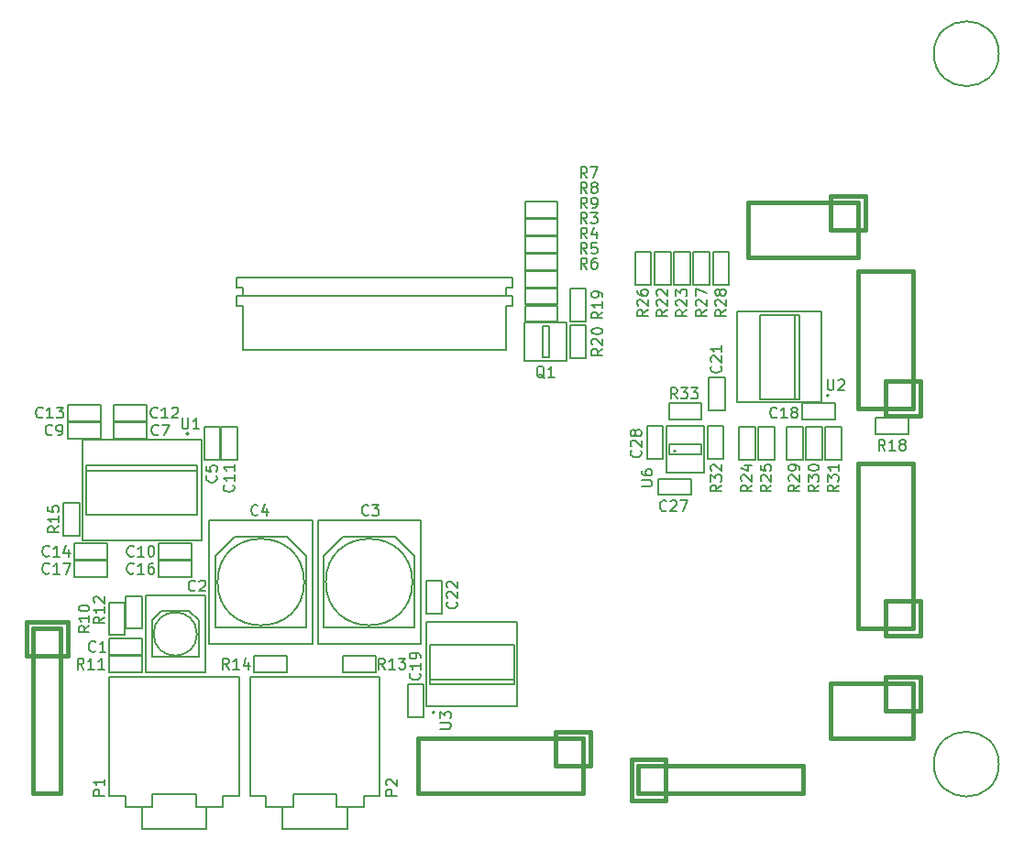
<source format=gto>
G04 (created by PCBNEW (2013-mar-13)-testing) date Wed 03 Jul 2013 03:21:25 PM PDT*
%MOIN*%
G04 Gerber Fmt 3.4, Leading zero omitted, Abs format*
%FSLAX34Y34*%
G01*
G70*
G90*
G04 APERTURE LIST*
%ADD10C,0.008000*%
%ADD11C,0.015000*%
%ADD12C,0.005906*%
G04 APERTURE END LIST*
G54D10*
X81358Y-41220D02*
X81358Y-40038D01*
X81358Y-40038D02*
X81948Y-40038D01*
X81948Y-40038D02*
X81948Y-41220D01*
X81948Y-41220D02*
X81358Y-41220D01*
X80649Y-41220D02*
X80649Y-40038D01*
X80649Y-40038D02*
X81239Y-40038D01*
X81239Y-40038D02*
X81239Y-41220D01*
X81239Y-41220D02*
X80649Y-41220D01*
X79941Y-41220D02*
X79941Y-40038D01*
X79941Y-40038D02*
X80531Y-40038D01*
X80531Y-40038D02*
X80531Y-41220D01*
X80531Y-41220D02*
X79941Y-41220D01*
X77854Y-33660D02*
X77854Y-34842D01*
X77854Y-34842D02*
X77264Y-34842D01*
X77264Y-34842D02*
X77264Y-33660D01*
X77264Y-33660D02*
X77854Y-33660D01*
X77145Y-33660D02*
X77145Y-34842D01*
X77145Y-34842D02*
X76555Y-34842D01*
X76555Y-34842D02*
X76555Y-33660D01*
X76555Y-33660D02*
X77145Y-33660D01*
X75019Y-33660D02*
X75019Y-34842D01*
X75019Y-34842D02*
X74429Y-34842D01*
X74429Y-34842D02*
X74429Y-33660D01*
X74429Y-33660D02*
X75019Y-33660D01*
X79507Y-40038D02*
X79507Y-41220D01*
X79507Y-41220D02*
X78917Y-41220D01*
X78917Y-41220D02*
X78917Y-40038D01*
X78917Y-40038D02*
X79507Y-40038D01*
X78798Y-40038D02*
X78798Y-41220D01*
X78798Y-41220D02*
X78208Y-41220D01*
X78208Y-41220D02*
X78208Y-40038D01*
X78208Y-40038D02*
X78798Y-40038D01*
X75846Y-34842D02*
X75846Y-33660D01*
X75846Y-33660D02*
X76436Y-33660D01*
X76436Y-33660D02*
X76436Y-34842D01*
X76436Y-34842D02*
X75846Y-34842D01*
X75138Y-34842D02*
X75138Y-33660D01*
X75138Y-33660D02*
X75728Y-33660D01*
X75728Y-33660D02*
X75728Y-34842D01*
X75728Y-34842D02*
X75138Y-34842D01*
X72657Y-36338D02*
X72657Y-37520D01*
X72657Y-37520D02*
X72067Y-37520D01*
X72067Y-37520D02*
X72067Y-36338D01*
X72067Y-36338D02*
X72657Y-36338D01*
X72657Y-34999D02*
X72657Y-36181D01*
X72657Y-36181D02*
X72067Y-36181D01*
X72067Y-36181D02*
X72067Y-34999D01*
X72067Y-34999D02*
X72657Y-34999D01*
X83188Y-39705D02*
X84370Y-39705D01*
X84370Y-39705D02*
X84370Y-40295D01*
X84370Y-40295D02*
X83188Y-40295D01*
X83188Y-40295D02*
X83188Y-39705D01*
X66830Y-46820D02*
X66830Y-45620D01*
X66830Y-45620D02*
X67420Y-45620D01*
X67420Y-45620D02*
X67420Y-46820D01*
X67420Y-46820D02*
X66830Y-46820D01*
X77106Y-39418D02*
X77106Y-38218D01*
X77106Y-38218D02*
X77696Y-38218D01*
X77696Y-38218D02*
X77696Y-39418D01*
X77696Y-39418D02*
X77106Y-39418D01*
X66751Y-49400D02*
X66751Y-50600D01*
X66751Y-50600D02*
X66161Y-50600D01*
X66161Y-50600D02*
X66161Y-49400D01*
X66161Y-49400D02*
X66751Y-49400D01*
X80502Y-39153D02*
X81702Y-39153D01*
X81702Y-39153D02*
X81702Y-39743D01*
X81702Y-39743D02*
X80502Y-39743D01*
X80502Y-39743D02*
X80502Y-39153D01*
X55245Y-45491D02*
X54045Y-45491D01*
X54045Y-45491D02*
X54045Y-44901D01*
X54045Y-44901D02*
X55245Y-44901D01*
X55245Y-44901D02*
X55245Y-45491D01*
X58316Y-45491D02*
X57116Y-45491D01*
X57116Y-45491D02*
X57116Y-44901D01*
X57116Y-44901D02*
X58316Y-44901D01*
X58316Y-44901D02*
X58316Y-45491D01*
X55245Y-44861D02*
X54045Y-44861D01*
X54045Y-44861D02*
X54045Y-44271D01*
X54045Y-44271D02*
X55245Y-44271D01*
X55245Y-44271D02*
X55245Y-44861D01*
X55009Y-39822D02*
X53809Y-39822D01*
X53809Y-39822D02*
X53809Y-39232D01*
X53809Y-39232D02*
X55009Y-39232D01*
X55009Y-39232D02*
X55009Y-39822D01*
X56662Y-39822D02*
X55462Y-39822D01*
X55462Y-39822D02*
X55462Y-39232D01*
X55462Y-39232D02*
X56662Y-39232D01*
X56662Y-39232D02*
X56662Y-39822D01*
X59390Y-41229D02*
X59390Y-40029D01*
X59390Y-40029D02*
X59980Y-40029D01*
X59980Y-40029D02*
X59980Y-41229D01*
X59980Y-41229D02*
X59390Y-41229D01*
X58316Y-44861D02*
X57116Y-44861D01*
X57116Y-44861D02*
X57116Y-44271D01*
X57116Y-44271D02*
X58316Y-44271D01*
X58316Y-44271D02*
X58316Y-44861D01*
X55009Y-40452D02*
X53809Y-40452D01*
X53809Y-40452D02*
X53809Y-39862D01*
X53809Y-39862D02*
X55009Y-39862D01*
X55009Y-39862D02*
X55009Y-40452D01*
X56662Y-40452D02*
X55462Y-40452D01*
X55462Y-40452D02*
X55462Y-39862D01*
X55462Y-39862D02*
X56662Y-39862D01*
X56662Y-39862D02*
X56662Y-40452D01*
X58760Y-41229D02*
X58760Y-40029D01*
X58760Y-40029D02*
X59350Y-40029D01*
X59350Y-40029D02*
X59350Y-41229D01*
X59350Y-41229D02*
X58760Y-41229D01*
X65157Y-53464D02*
X65157Y-49133D01*
X63582Y-53858D02*
X64567Y-53858D01*
X60433Y-49133D02*
X60433Y-53464D01*
X62008Y-53858D02*
X61023Y-53858D01*
X61614Y-54645D02*
X63976Y-54645D01*
X63976Y-54645D02*
X63976Y-53858D01*
X61614Y-54645D02*
X61614Y-53858D01*
X65157Y-53464D02*
X64567Y-53464D01*
X64567Y-53464D02*
X64567Y-53858D01*
X60433Y-53464D02*
X61023Y-53464D01*
X61023Y-53464D02*
X61023Y-53858D01*
X62008Y-53385D02*
X63582Y-53385D01*
X63582Y-53858D02*
X63582Y-53385D01*
X62008Y-53858D02*
X62008Y-53385D01*
X65157Y-49133D02*
X60433Y-49133D01*
X60039Y-53464D02*
X60039Y-49133D01*
X58464Y-53858D02*
X59449Y-53858D01*
X55315Y-49133D02*
X55315Y-53464D01*
X56890Y-53858D02*
X55905Y-53858D01*
X56496Y-54645D02*
X58858Y-54645D01*
X58858Y-54645D02*
X58858Y-53858D01*
X56496Y-54645D02*
X56496Y-53858D01*
X60039Y-53464D02*
X59449Y-53464D01*
X59449Y-53464D02*
X59449Y-53858D01*
X55315Y-53464D02*
X55905Y-53464D01*
X55905Y-53464D02*
X55905Y-53858D01*
X56890Y-53385D02*
X58464Y-53385D01*
X58464Y-53858D02*
X58464Y-53385D01*
X56890Y-53858D02*
X56890Y-53385D01*
X60039Y-49133D02*
X55315Y-49133D01*
X54232Y-42794D02*
X54232Y-43976D01*
X54232Y-43976D02*
X53642Y-43976D01*
X53642Y-43976D02*
X53642Y-42794D01*
X53642Y-42794D02*
X54232Y-42794D01*
X61772Y-48956D02*
X60590Y-48956D01*
X60590Y-48956D02*
X60590Y-48366D01*
X60590Y-48366D02*
X61772Y-48366D01*
X61772Y-48366D02*
X61772Y-48956D01*
X65000Y-48956D02*
X63818Y-48956D01*
X63818Y-48956D02*
X63818Y-48366D01*
X63818Y-48366D02*
X65000Y-48366D01*
X65000Y-48366D02*
X65000Y-48956D01*
X55925Y-47362D02*
X55925Y-46180D01*
X55925Y-46180D02*
X56515Y-46180D01*
X56515Y-46180D02*
X56515Y-47362D01*
X56515Y-47362D02*
X55925Y-47362D01*
X55314Y-48366D02*
X56496Y-48366D01*
X56496Y-48366D02*
X56496Y-48956D01*
X56496Y-48956D02*
X55314Y-48956D01*
X55314Y-48956D02*
X55314Y-48366D01*
X55295Y-47598D02*
X55295Y-46416D01*
X55295Y-46416D02*
X55885Y-46416D01*
X55885Y-46416D02*
X55885Y-47598D01*
X55885Y-47598D02*
X55295Y-47598D01*
X61771Y-44015D02*
X59881Y-44015D01*
X62480Y-47323D02*
X62480Y-44724D01*
X59172Y-44724D02*
X59172Y-47323D01*
X59881Y-44015D02*
X59172Y-44724D01*
X61771Y-44015D02*
X62480Y-44724D01*
X59172Y-47323D02*
X62480Y-47323D01*
X62401Y-45669D02*
G75*
G03X62401Y-45669I-1575J0D01*
G74*
G01*
X62696Y-43415D02*
X62696Y-47923D01*
X62696Y-47923D02*
X58956Y-47923D01*
X58956Y-47923D02*
X58956Y-43415D01*
X58956Y-43415D02*
X62696Y-43415D01*
X65708Y-44015D02*
X63818Y-44015D01*
X66417Y-47323D02*
X66417Y-44724D01*
X63109Y-44724D02*
X63109Y-47323D01*
X63818Y-44015D02*
X63109Y-44724D01*
X65708Y-44015D02*
X66417Y-44724D01*
X63109Y-47323D02*
X66417Y-47323D01*
X66338Y-45669D02*
G75*
G03X66338Y-45669I-1574J0D01*
G74*
G01*
X66633Y-43415D02*
X66633Y-47923D01*
X66633Y-47923D02*
X62893Y-47923D01*
X62893Y-47923D02*
X62893Y-43415D01*
X62893Y-43415D02*
X66633Y-43415D01*
X56633Y-48947D02*
X56633Y-46171D01*
X56633Y-46171D02*
X58799Y-46171D01*
X58799Y-46171D02*
X58799Y-48947D01*
X58799Y-48947D02*
X56633Y-48947D01*
X58562Y-48405D02*
X58562Y-47067D01*
X57224Y-46713D02*
X58208Y-46713D01*
X56870Y-47067D02*
X56870Y-48405D01*
X57224Y-46713D02*
X56870Y-47067D01*
X58208Y-46713D02*
X58562Y-47067D01*
X58503Y-47559D02*
G75*
G03X58503Y-47559I-787J0D01*
G74*
G01*
X58562Y-48405D02*
X56870Y-48405D01*
X56505Y-48326D02*
X55305Y-48326D01*
X55305Y-48326D02*
X55305Y-47736D01*
X55305Y-47736D02*
X56505Y-47736D01*
X56505Y-47736D02*
X56505Y-48326D01*
X66968Y-49212D02*
X70039Y-49212D01*
X67135Y-50413D02*
G75*
G03X67135Y-50413I-39J0D01*
G74*
G01*
X66850Y-50196D02*
X66850Y-47125D01*
X66850Y-47125D02*
X70157Y-47125D01*
X70157Y-47125D02*
X70157Y-50196D01*
X70157Y-50196D02*
X66850Y-50196D01*
X66968Y-49379D02*
X66968Y-47942D01*
X66968Y-47942D02*
X70039Y-47942D01*
X70039Y-47942D02*
X70039Y-49379D01*
X70039Y-49379D02*
X66968Y-49379D01*
X70432Y-33090D02*
X71614Y-33090D01*
X71614Y-33090D02*
X71614Y-33680D01*
X71614Y-33680D02*
X70432Y-33680D01*
X70432Y-33680D02*
X70432Y-33090D01*
X70432Y-32460D02*
X71614Y-32460D01*
X71614Y-32460D02*
X71614Y-33050D01*
X71614Y-33050D02*
X70432Y-33050D01*
X70432Y-33050D02*
X70432Y-32460D01*
X70432Y-31830D02*
X71614Y-31830D01*
X71614Y-31830D02*
X71614Y-32420D01*
X71614Y-32420D02*
X70432Y-32420D01*
X70432Y-32420D02*
X70432Y-31830D01*
X71614Y-36200D02*
X70432Y-36200D01*
X70432Y-36200D02*
X70432Y-35610D01*
X70432Y-35610D02*
X71614Y-35610D01*
X71614Y-35610D02*
X71614Y-36200D01*
X71614Y-35570D02*
X70432Y-35570D01*
X70432Y-35570D02*
X70432Y-34980D01*
X70432Y-34980D02*
X71614Y-34980D01*
X71614Y-34980D02*
X71614Y-35570D01*
X71614Y-34940D02*
X70432Y-34940D01*
X70432Y-34940D02*
X70432Y-34350D01*
X70432Y-34350D02*
X71614Y-34350D01*
X71614Y-34350D02*
X71614Y-34940D01*
X71614Y-34310D02*
X70432Y-34310D01*
X70432Y-34310D02*
X70432Y-33720D01*
X70432Y-33720D02*
X71614Y-33720D01*
X71614Y-33720D02*
X71614Y-34310D01*
X80236Y-39015D02*
X80236Y-35944D01*
X81476Y-38887D02*
G75*
G03X81476Y-38887I-39J0D01*
G74*
G01*
X81220Y-39133D02*
X78149Y-39133D01*
X78149Y-39133D02*
X78149Y-35826D01*
X78149Y-35826D02*
X81220Y-35826D01*
X81220Y-35826D02*
X81220Y-39133D01*
X80403Y-39015D02*
X78966Y-39015D01*
X78966Y-39015D02*
X78966Y-35944D01*
X78966Y-35944D02*
X80403Y-35944D01*
X80403Y-35944D02*
X80403Y-39015D01*
X58198Y-40275D02*
G75*
G03X58198Y-40275I-39J0D01*
G74*
G01*
X58503Y-41614D02*
X54488Y-41614D01*
X58661Y-40481D02*
X58661Y-44163D01*
X58661Y-44163D02*
X54331Y-44163D01*
X54331Y-44163D02*
X54331Y-40481D01*
X54331Y-40481D02*
X58661Y-40481D01*
X58504Y-41436D02*
X58504Y-43208D01*
X58504Y-43208D02*
X54488Y-43208D01*
X54488Y-43208D02*
X54488Y-41436D01*
X54488Y-41436D02*
X58504Y-41436D01*
X75266Y-41909D02*
X76466Y-41909D01*
X76466Y-41909D02*
X76466Y-42499D01*
X76466Y-42499D02*
X75266Y-42499D01*
X75266Y-42499D02*
X75266Y-41909D01*
X75452Y-39990D02*
X75452Y-41190D01*
X75452Y-41190D02*
X74862Y-41190D01*
X74862Y-41190D02*
X74862Y-39990D01*
X74862Y-39990D02*
X75452Y-39990D01*
X77067Y-41181D02*
X77067Y-39999D01*
X77067Y-39999D02*
X77657Y-39999D01*
X77657Y-39999D02*
X77657Y-41181D01*
X77657Y-41181D02*
X77067Y-41181D01*
X76850Y-39743D02*
X75668Y-39743D01*
X75668Y-39743D02*
X75668Y-39153D01*
X75668Y-39153D02*
X76850Y-39153D01*
X76850Y-39153D02*
X76850Y-39743D01*
X75688Y-41013D02*
X75688Y-40639D01*
X75688Y-40639D02*
X76830Y-40639D01*
X76830Y-40639D02*
X76830Y-41013D01*
X76830Y-41013D02*
X75688Y-41013D01*
X75924Y-40905D02*
G75*
G03X75924Y-40905I-39J0D01*
G74*
G01*
X75560Y-41672D02*
X75560Y-39980D01*
X75560Y-39980D02*
X76958Y-39980D01*
X76958Y-39980D02*
X76958Y-41672D01*
X76958Y-41672D02*
X75560Y-41672D01*
X71948Y-37637D02*
X70413Y-37637D01*
X70413Y-37637D02*
X70413Y-36220D01*
X70413Y-36220D02*
X71948Y-36220D01*
X71948Y-36220D02*
X71948Y-37637D01*
X71299Y-37500D02*
X71062Y-37500D01*
X71062Y-37500D02*
X71062Y-36358D01*
X71062Y-36358D02*
X71299Y-36358D01*
X71299Y-36358D02*
X71299Y-37500D01*
G54D11*
X52305Y-47120D02*
X53805Y-47120D01*
X53805Y-47120D02*
X53805Y-48370D01*
X53805Y-48370D02*
X52305Y-48370D01*
X52305Y-48370D02*
X52305Y-47120D01*
X52555Y-47370D02*
X53555Y-47370D01*
X53555Y-47370D02*
X53555Y-53370D01*
X53555Y-53370D02*
X52555Y-53370D01*
X52555Y-53370D02*
X52555Y-47370D01*
X72805Y-51120D02*
X71555Y-51120D01*
X71555Y-51120D02*
X71555Y-52370D01*
X71555Y-52370D02*
X72805Y-52370D01*
X72805Y-52370D02*
X72805Y-51120D01*
X72555Y-51370D02*
X66555Y-51370D01*
X66555Y-51370D02*
X66555Y-53370D01*
X66555Y-53370D02*
X72555Y-53370D01*
X72555Y-53370D02*
X72555Y-51370D01*
X74305Y-52120D02*
X75555Y-52120D01*
X75555Y-52120D02*
X75555Y-53620D01*
X75555Y-53620D02*
X74305Y-53620D01*
X74305Y-53620D02*
X74305Y-52120D01*
X74555Y-53370D02*
X74555Y-52370D01*
X74555Y-52370D02*
X80555Y-52370D01*
X80555Y-52370D02*
X80555Y-53370D01*
X80555Y-53370D02*
X74555Y-53370D01*
X83555Y-50370D02*
X83555Y-49120D01*
X83555Y-49120D02*
X84805Y-49120D01*
X84805Y-49120D02*
X84805Y-50370D01*
X84805Y-50370D02*
X83555Y-50370D01*
X84555Y-49370D02*
X84555Y-51370D01*
X84555Y-51370D02*
X81555Y-51370D01*
X81555Y-51370D02*
X81555Y-49370D01*
X81555Y-49370D02*
X84555Y-49370D01*
X83555Y-46370D02*
X84805Y-46370D01*
X84805Y-46370D02*
X84805Y-47620D01*
X84805Y-47620D02*
X83555Y-47620D01*
X83555Y-47620D02*
X83555Y-46370D01*
X84555Y-47370D02*
X82555Y-47370D01*
X82555Y-47370D02*
X82555Y-41370D01*
X82555Y-41370D02*
X84555Y-41370D01*
X84555Y-41370D02*
X84555Y-47370D01*
X81555Y-32870D02*
X81555Y-31620D01*
X81555Y-31620D02*
X82805Y-31620D01*
X82805Y-31620D02*
X82805Y-32870D01*
X82805Y-32870D02*
X81555Y-32870D01*
X82555Y-31870D02*
X82555Y-33870D01*
X82555Y-33870D02*
X78555Y-33870D01*
X78555Y-33870D02*
X78555Y-31870D01*
X78555Y-31870D02*
X82555Y-31870D01*
X83555Y-38370D02*
X84805Y-38370D01*
X84805Y-38370D02*
X84805Y-39620D01*
X84805Y-39620D02*
X83555Y-39620D01*
X83555Y-39620D02*
X83555Y-38370D01*
X84555Y-39370D02*
X82555Y-39370D01*
X82555Y-39370D02*
X82555Y-34370D01*
X82555Y-34370D02*
X84555Y-34370D01*
X84555Y-34370D02*
X84555Y-39370D01*
G54D10*
X87661Y-52295D02*
G75*
G03X87661Y-52295I-1181J0D01*
G74*
G01*
X87661Y-26444D02*
G75*
G03X87661Y-26444I-1181J0D01*
G74*
G01*
X69744Y-34968D02*
X69744Y-35244D01*
X60177Y-34968D02*
X60177Y-35244D01*
X59940Y-35244D02*
X69980Y-35244D01*
X59940Y-35244D02*
X59940Y-35637D01*
X59940Y-35637D02*
X60177Y-35637D01*
X60177Y-35637D02*
X60177Y-37212D01*
X69980Y-35244D02*
X69980Y-35637D01*
X69980Y-35637D02*
X69744Y-35637D01*
X69744Y-35637D02*
X69744Y-37212D01*
X69980Y-34574D02*
X69980Y-34968D01*
X59940Y-34574D02*
X59940Y-34968D01*
X60177Y-34574D02*
X59940Y-34574D01*
X59940Y-34968D02*
X60177Y-34968D01*
X69744Y-34574D02*
X69980Y-34574D01*
X69980Y-34968D02*
X69744Y-34968D01*
X69744Y-34574D02*
X60177Y-34574D01*
X60177Y-37212D02*
X69744Y-37212D01*
G54D12*
X81831Y-42142D02*
X81644Y-42274D01*
X81831Y-42367D02*
X81437Y-42367D01*
X81437Y-42217D01*
X81456Y-42180D01*
X81475Y-42161D01*
X81512Y-42142D01*
X81569Y-42142D01*
X81606Y-42161D01*
X81625Y-42180D01*
X81644Y-42217D01*
X81644Y-42367D01*
X81437Y-42011D02*
X81437Y-41767D01*
X81587Y-41899D01*
X81587Y-41842D01*
X81606Y-41805D01*
X81625Y-41786D01*
X81662Y-41767D01*
X81756Y-41767D01*
X81794Y-41786D01*
X81812Y-41805D01*
X81831Y-41842D01*
X81831Y-41955D01*
X81812Y-41992D01*
X81794Y-42011D01*
X81831Y-41392D02*
X81831Y-41617D01*
X81831Y-41505D02*
X81437Y-41505D01*
X81494Y-41542D01*
X81531Y-41580D01*
X81550Y-41617D01*
X81122Y-42142D02*
X80935Y-42274D01*
X81122Y-42367D02*
X80729Y-42367D01*
X80729Y-42217D01*
X80748Y-42180D01*
X80766Y-42161D01*
X80804Y-42142D01*
X80860Y-42142D01*
X80898Y-42161D01*
X80916Y-42180D01*
X80935Y-42217D01*
X80935Y-42367D01*
X80729Y-42011D02*
X80729Y-41767D01*
X80879Y-41899D01*
X80879Y-41842D01*
X80898Y-41805D01*
X80916Y-41786D01*
X80954Y-41767D01*
X81047Y-41767D01*
X81085Y-41786D01*
X81104Y-41805D01*
X81122Y-41842D01*
X81122Y-41955D01*
X81104Y-41992D01*
X81085Y-42011D01*
X80729Y-41524D02*
X80729Y-41486D01*
X80748Y-41449D01*
X80766Y-41430D01*
X80804Y-41411D01*
X80879Y-41392D01*
X80973Y-41392D01*
X81047Y-41411D01*
X81085Y-41430D01*
X81104Y-41449D01*
X81122Y-41486D01*
X81122Y-41524D01*
X81104Y-41561D01*
X81085Y-41580D01*
X81047Y-41599D01*
X80973Y-41617D01*
X80879Y-41617D01*
X80804Y-41599D01*
X80766Y-41580D01*
X80748Y-41561D01*
X80729Y-41524D01*
X80414Y-42142D02*
X80226Y-42274D01*
X80414Y-42367D02*
X80020Y-42367D01*
X80020Y-42217D01*
X80039Y-42180D01*
X80058Y-42161D01*
X80095Y-42142D01*
X80151Y-42142D01*
X80189Y-42161D01*
X80208Y-42180D01*
X80226Y-42217D01*
X80226Y-42367D01*
X80058Y-41992D02*
X80039Y-41974D01*
X80020Y-41936D01*
X80020Y-41842D01*
X80039Y-41805D01*
X80058Y-41786D01*
X80095Y-41767D01*
X80133Y-41767D01*
X80189Y-41786D01*
X80414Y-42011D01*
X80414Y-41767D01*
X80414Y-41580D02*
X80414Y-41505D01*
X80395Y-41467D01*
X80376Y-41449D01*
X80320Y-41411D01*
X80245Y-41392D01*
X80095Y-41392D01*
X80058Y-41411D01*
X80039Y-41430D01*
X80020Y-41467D01*
X80020Y-41542D01*
X80039Y-41580D01*
X80058Y-41599D01*
X80095Y-41617D01*
X80189Y-41617D01*
X80226Y-41599D01*
X80245Y-41580D01*
X80264Y-41542D01*
X80264Y-41467D01*
X80245Y-41430D01*
X80226Y-41411D01*
X80189Y-41392D01*
X77737Y-35764D02*
X77549Y-35896D01*
X77737Y-35989D02*
X77343Y-35989D01*
X77343Y-35839D01*
X77362Y-35802D01*
X77380Y-35783D01*
X77418Y-35764D01*
X77474Y-35764D01*
X77512Y-35783D01*
X77530Y-35802D01*
X77549Y-35839D01*
X77549Y-35989D01*
X77380Y-35614D02*
X77362Y-35596D01*
X77343Y-35558D01*
X77343Y-35464D01*
X77362Y-35427D01*
X77380Y-35408D01*
X77418Y-35389D01*
X77455Y-35389D01*
X77512Y-35408D01*
X77737Y-35633D01*
X77737Y-35389D01*
X77512Y-35164D02*
X77493Y-35202D01*
X77474Y-35221D01*
X77437Y-35239D01*
X77418Y-35239D01*
X77380Y-35221D01*
X77362Y-35202D01*
X77343Y-35164D01*
X77343Y-35089D01*
X77362Y-35052D01*
X77380Y-35033D01*
X77418Y-35014D01*
X77437Y-35014D01*
X77474Y-35033D01*
X77493Y-35052D01*
X77512Y-35089D01*
X77512Y-35164D01*
X77530Y-35202D01*
X77549Y-35221D01*
X77587Y-35239D01*
X77662Y-35239D01*
X77699Y-35221D01*
X77718Y-35202D01*
X77737Y-35164D01*
X77737Y-35089D01*
X77718Y-35052D01*
X77699Y-35033D01*
X77662Y-35014D01*
X77587Y-35014D01*
X77549Y-35033D01*
X77530Y-35052D01*
X77512Y-35089D01*
X77028Y-35764D02*
X76841Y-35896D01*
X77028Y-35989D02*
X76634Y-35989D01*
X76634Y-35839D01*
X76653Y-35802D01*
X76672Y-35783D01*
X76709Y-35764D01*
X76766Y-35764D01*
X76803Y-35783D01*
X76822Y-35802D01*
X76841Y-35839D01*
X76841Y-35989D01*
X76672Y-35614D02*
X76653Y-35596D01*
X76634Y-35558D01*
X76634Y-35464D01*
X76653Y-35427D01*
X76672Y-35408D01*
X76709Y-35389D01*
X76747Y-35389D01*
X76803Y-35408D01*
X77028Y-35633D01*
X77028Y-35389D01*
X76634Y-35258D02*
X76634Y-34996D01*
X77028Y-35164D01*
X74902Y-35764D02*
X74715Y-35896D01*
X74902Y-35989D02*
X74508Y-35989D01*
X74508Y-35839D01*
X74527Y-35802D01*
X74546Y-35783D01*
X74583Y-35764D01*
X74640Y-35764D01*
X74677Y-35783D01*
X74696Y-35802D01*
X74715Y-35839D01*
X74715Y-35989D01*
X74546Y-35614D02*
X74527Y-35596D01*
X74508Y-35558D01*
X74508Y-35464D01*
X74527Y-35427D01*
X74546Y-35408D01*
X74583Y-35389D01*
X74621Y-35389D01*
X74677Y-35408D01*
X74902Y-35633D01*
X74902Y-35389D01*
X74508Y-35052D02*
X74508Y-35127D01*
X74527Y-35164D01*
X74546Y-35183D01*
X74602Y-35221D01*
X74677Y-35239D01*
X74827Y-35239D01*
X74865Y-35221D01*
X74883Y-35202D01*
X74902Y-35164D01*
X74902Y-35089D01*
X74883Y-35052D01*
X74865Y-35033D01*
X74827Y-35014D01*
X74733Y-35014D01*
X74696Y-35033D01*
X74677Y-35052D01*
X74658Y-35089D01*
X74658Y-35164D01*
X74677Y-35202D01*
X74696Y-35221D01*
X74733Y-35239D01*
X79390Y-42142D02*
X79203Y-42274D01*
X79390Y-42367D02*
X78997Y-42367D01*
X78997Y-42217D01*
X79015Y-42180D01*
X79034Y-42161D01*
X79071Y-42142D01*
X79128Y-42142D01*
X79165Y-42161D01*
X79184Y-42180D01*
X79203Y-42217D01*
X79203Y-42367D01*
X79034Y-41992D02*
X79015Y-41974D01*
X78997Y-41936D01*
X78997Y-41842D01*
X79015Y-41805D01*
X79034Y-41786D01*
X79071Y-41767D01*
X79109Y-41767D01*
X79165Y-41786D01*
X79390Y-42011D01*
X79390Y-41767D01*
X78997Y-41411D02*
X78997Y-41599D01*
X79184Y-41617D01*
X79165Y-41599D01*
X79146Y-41561D01*
X79146Y-41467D01*
X79165Y-41430D01*
X79184Y-41411D01*
X79221Y-41392D01*
X79315Y-41392D01*
X79353Y-41411D01*
X79371Y-41430D01*
X79390Y-41467D01*
X79390Y-41561D01*
X79371Y-41599D01*
X79353Y-41617D01*
X78682Y-42142D02*
X78494Y-42274D01*
X78682Y-42367D02*
X78288Y-42367D01*
X78288Y-42217D01*
X78307Y-42180D01*
X78325Y-42161D01*
X78363Y-42142D01*
X78419Y-42142D01*
X78457Y-42161D01*
X78475Y-42180D01*
X78494Y-42217D01*
X78494Y-42367D01*
X78325Y-41992D02*
X78307Y-41974D01*
X78288Y-41936D01*
X78288Y-41842D01*
X78307Y-41805D01*
X78325Y-41786D01*
X78363Y-41767D01*
X78400Y-41767D01*
X78457Y-41786D01*
X78682Y-42011D01*
X78682Y-41767D01*
X78419Y-41430D02*
X78682Y-41430D01*
X78269Y-41524D02*
X78550Y-41617D01*
X78550Y-41374D01*
X76319Y-35764D02*
X76132Y-35896D01*
X76319Y-35989D02*
X75926Y-35989D01*
X75926Y-35839D01*
X75944Y-35802D01*
X75963Y-35783D01*
X76001Y-35764D01*
X76057Y-35764D01*
X76094Y-35783D01*
X76113Y-35802D01*
X76132Y-35839D01*
X76132Y-35989D01*
X75963Y-35614D02*
X75944Y-35596D01*
X75926Y-35558D01*
X75926Y-35464D01*
X75944Y-35427D01*
X75963Y-35408D01*
X76001Y-35389D01*
X76038Y-35389D01*
X76094Y-35408D01*
X76319Y-35633D01*
X76319Y-35389D01*
X75926Y-35258D02*
X75926Y-35014D01*
X76076Y-35146D01*
X76076Y-35089D01*
X76094Y-35052D01*
X76113Y-35033D01*
X76151Y-35014D01*
X76244Y-35014D01*
X76282Y-35033D01*
X76301Y-35052D01*
X76319Y-35089D01*
X76319Y-35202D01*
X76301Y-35239D01*
X76282Y-35258D01*
X75611Y-35764D02*
X75423Y-35896D01*
X75611Y-35989D02*
X75217Y-35989D01*
X75217Y-35839D01*
X75236Y-35802D01*
X75254Y-35783D01*
X75292Y-35764D01*
X75348Y-35764D01*
X75386Y-35783D01*
X75404Y-35802D01*
X75423Y-35839D01*
X75423Y-35989D01*
X75254Y-35614D02*
X75236Y-35596D01*
X75217Y-35558D01*
X75217Y-35464D01*
X75236Y-35427D01*
X75254Y-35408D01*
X75292Y-35389D01*
X75329Y-35389D01*
X75386Y-35408D01*
X75611Y-35633D01*
X75611Y-35389D01*
X75254Y-35239D02*
X75236Y-35221D01*
X75217Y-35183D01*
X75217Y-35089D01*
X75236Y-35052D01*
X75254Y-35033D01*
X75292Y-35014D01*
X75329Y-35014D01*
X75386Y-35033D01*
X75611Y-35258D01*
X75611Y-35014D01*
X73248Y-37182D02*
X73061Y-37313D01*
X73248Y-37407D02*
X72855Y-37407D01*
X72855Y-37257D01*
X72874Y-37219D01*
X72892Y-37200D01*
X72930Y-37182D01*
X72986Y-37182D01*
X73023Y-37200D01*
X73042Y-37219D01*
X73061Y-37257D01*
X73061Y-37407D01*
X72892Y-37032D02*
X72874Y-37013D01*
X72855Y-36976D01*
X72855Y-36882D01*
X72874Y-36844D01*
X72892Y-36826D01*
X72930Y-36807D01*
X72967Y-36807D01*
X73023Y-36826D01*
X73248Y-37050D01*
X73248Y-36807D01*
X72855Y-36563D02*
X72855Y-36526D01*
X72874Y-36488D01*
X72892Y-36469D01*
X72930Y-36451D01*
X73005Y-36432D01*
X73098Y-36432D01*
X73173Y-36451D01*
X73211Y-36469D01*
X73230Y-36488D01*
X73248Y-36526D01*
X73248Y-36563D01*
X73230Y-36601D01*
X73211Y-36619D01*
X73173Y-36638D01*
X73098Y-36657D01*
X73005Y-36657D01*
X72930Y-36638D01*
X72892Y-36619D01*
X72874Y-36601D01*
X72855Y-36563D01*
X73248Y-35843D02*
X73061Y-35974D01*
X73248Y-36068D02*
X72855Y-36068D01*
X72855Y-35918D01*
X72874Y-35881D01*
X72892Y-35862D01*
X72930Y-35843D01*
X72986Y-35843D01*
X73023Y-35862D01*
X73042Y-35881D01*
X73061Y-35918D01*
X73061Y-36068D01*
X73248Y-35468D02*
X73248Y-35693D01*
X73248Y-35581D02*
X72855Y-35581D01*
X72911Y-35618D01*
X72949Y-35656D01*
X72967Y-35693D01*
X73248Y-35281D02*
X73248Y-35206D01*
X73230Y-35168D01*
X73211Y-35149D01*
X73155Y-35112D01*
X73080Y-35093D01*
X72930Y-35093D01*
X72892Y-35112D01*
X72874Y-35131D01*
X72855Y-35168D01*
X72855Y-35243D01*
X72874Y-35281D01*
X72892Y-35299D01*
X72930Y-35318D01*
X73023Y-35318D01*
X73061Y-35299D01*
X73080Y-35281D01*
X73098Y-35243D01*
X73098Y-35168D01*
X73080Y-35131D01*
X73061Y-35112D01*
X73023Y-35093D01*
X83526Y-40886D02*
X83395Y-40699D01*
X83301Y-40886D02*
X83301Y-40493D01*
X83451Y-40493D01*
X83488Y-40511D01*
X83507Y-40530D01*
X83526Y-40568D01*
X83526Y-40624D01*
X83507Y-40661D01*
X83488Y-40680D01*
X83451Y-40699D01*
X83301Y-40699D01*
X83901Y-40886D02*
X83676Y-40886D01*
X83788Y-40886D02*
X83788Y-40493D01*
X83751Y-40549D01*
X83713Y-40586D01*
X83676Y-40605D01*
X84126Y-40661D02*
X84088Y-40643D01*
X84070Y-40624D01*
X84051Y-40586D01*
X84051Y-40568D01*
X84070Y-40530D01*
X84088Y-40511D01*
X84126Y-40493D01*
X84201Y-40493D01*
X84238Y-40511D01*
X84257Y-40530D01*
X84276Y-40568D01*
X84276Y-40586D01*
X84257Y-40624D01*
X84238Y-40643D01*
X84201Y-40661D01*
X84126Y-40661D01*
X84088Y-40680D01*
X84070Y-40699D01*
X84051Y-40736D01*
X84051Y-40811D01*
X84070Y-40849D01*
X84088Y-40868D01*
X84126Y-40886D01*
X84201Y-40886D01*
X84238Y-40868D01*
X84257Y-40849D01*
X84276Y-40811D01*
X84276Y-40736D01*
X84257Y-40699D01*
X84238Y-40680D01*
X84201Y-40661D01*
X67935Y-46394D02*
X67954Y-46413D01*
X67973Y-46469D01*
X67973Y-46507D01*
X67954Y-46563D01*
X67917Y-46601D01*
X67879Y-46619D01*
X67804Y-46638D01*
X67748Y-46638D01*
X67673Y-46619D01*
X67635Y-46601D01*
X67598Y-46563D01*
X67579Y-46507D01*
X67579Y-46469D01*
X67598Y-46413D01*
X67617Y-46394D01*
X67617Y-46244D02*
X67598Y-46226D01*
X67579Y-46188D01*
X67579Y-46094D01*
X67598Y-46057D01*
X67617Y-46038D01*
X67654Y-46019D01*
X67692Y-46019D01*
X67748Y-46038D01*
X67973Y-46263D01*
X67973Y-46019D01*
X67617Y-45869D02*
X67598Y-45851D01*
X67579Y-45813D01*
X67579Y-45719D01*
X67598Y-45682D01*
X67617Y-45663D01*
X67654Y-45644D01*
X67692Y-45644D01*
X67748Y-45663D01*
X67973Y-45888D01*
X67973Y-45644D01*
X77542Y-37812D02*
X77560Y-37830D01*
X77579Y-37887D01*
X77579Y-37924D01*
X77560Y-37980D01*
X77523Y-38018D01*
X77485Y-38037D01*
X77410Y-38055D01*
X77354Y-38055D01*
X77279Y-38037D01*
X77242Y-38018D01*
X77204Y-37980D01*
X77185Y-37924D01*
X77185Y-37887D01*
X77204Y-37830D01*
X77223Y-37812D01*
X77223Y-37662D02*
X77204Y-37643D01*
X77185Y-37605D01*
X77185Y-37512D01*
X77204Y-37474D01*
X77223Y-37455D01*
X77260Y-37437D01*
X77298Y-37437D01*
X77354Y-37455D01*
X77579Y-37680D01*
X77579Y-37437D01*
X77579Y-37062D02*
X77579Y-37287D01*
X77579Y-37174D02*
X77185Y-37174D01*
X77242Y-37212D01*
X77279Y-37249D01*
X77298Y-37287D01*
X66597Y-48993D02*
X66616Y-49011D01*
X66634Y-49068D01*
X66634Y-49105D01*
X66616Y-49161D01*
X66578Y-49199D01*
X66541Y-49218D01*
X66466Y-49236D01*
X66409Y-49236D01*
X66334Y-49218D01*
X66297Y-49199D01*
X66259Y-49161D01*
X66241Y-49105D01*
X66241Y-49068D01*
X66259Y-49011D01*
X66278Y-48993D01*
X66634Y-48618D02*
X66634Y-48843D01*
X66634Y-48730D02*
X66241Y-48730D01*
X66297Y-48768D01*
X66334Y-48805D01*
X66353Y-48843D01*
X66634Y-48430D02*
X66634Y-48355D01*
X66616Y-48318D01*
X66597Y-48299D01*
X66541Y-48262D01*
X66466Y-48243D01*
X66316Y-48243D01*
X66278Y-48262D01*
X66259Y-48280D01*
X66241Y-48318D01*
X66241Y-48393D01*
X66259Y-48430D01*
X66278Y-48449D01*
X66316Y-48468D01*
X66409Y-48468D01*
X66447Y-48449D01*
X66466Y-48430D01*
X66484Y-48393D01*
X66484Y-48318D01*
X66466Y-48280D01*
X66447Y-48262D01*
X66409Y-48243D01*
X79589Y-39668D02*
X79570Y-39686D01*
X79514Y-39705D01*
X79476Y-39705D01*
X79420Y-39686D01*
X79383Y-39649D01*
X79364Y-39611D01*
X79345Y-39536D01*
X79345Y-39480D01*
X79364Y-39405D01*
X79383Y-39368D01*
X79420Y-39330D01*
X79476Y-39311D01*
X79514Y-39311D01*
X79570Y-39330D01*
X79589Y-39349D01*
X79964Y-39705D02*
X79739Y-39705D01*
X79851Y-39705D02*
X79851Y-39311D01*
X79814Y-39368D01*
X79776Y-39405D01*
X79739Y-39424D01*
X80189Y-39480D02*
X80151Y-39461D01*
X80133Y-39443D01*
X80114Y-39405D01*
X80114Y-39386D01*
X80133Y-39349D01*
X80151Y-39330D01*
X80189Y-39311D01*
X80264Y-39311D01*
X80301Y-39330D01*
X80320Y-39349D01*
X80339Y-39386D01*
X80339Y-39405D01*
X80320Y-39443D01*
X80301Y-39461D01*
X80264Y-39480D01*
X80189Y-39480D01*
X80151Y-39499D01*
X80133Y-39518D01*
X80114Y-39555D01*
X80114Y-39630D01*
X80133Y-39668D01*
X80151Y-39686D01*
X80189Y-39705D01*
X80264Y-39705D01*
X80301Y-39686D01*
X80320Y-39668D01*
X80339Y-39630D01*
X80339Y-39555D01*
X80320Y-39518D01*
X80301Y-39499D01*
X80264Y-39480D01*
X53132Y-45337D02*
X53113Y-45356D01*
X53057Y-45374D01*
X53020Y-45374D01*
X52964Y-45356D01*
X52926Y-45318D01*
X52907Y-45281D01*
X52889Y-45206D01*
X52889Y-45149D01*
X52907Y-45074D01*
X52926Y-45037D01*
X52964Y-45000D01*
X53020Y-44981D01*
X53057Y-44981D01*
X53113Y-45000D01*
X53132Y-45018D01*
X53507Y-45374D02*
X53282Y-45374D01*
X53395Y-45374D02*
X53395Y-44981D01*
X53357Y-45037D01*
X53320Y-45074D01*
X53282Y-45093D01*
X53638Y-44981D02*
X53901Y-44981D01*
X53732Y-45374D01*
X56203Y-45337D02*
X56184Y-45356D01*
X56128Y-45374D01*
X56091Y-45374D01*
X56034Y-45356D01*
X55997Y-45318D01*
X55978Y-45281D01*
X55959Y-45206D01*
X55959Y-45149D01*
X55978Y-45074D01*
X55997Y-45037D01*
X56034Y-45000D01*
X56091Y-44981D01*
X56128Y-44981D01*
X56184Y-45000D01*
X56203Y-45018D01*
X56578Y-45374D02*
X56353Y-45374D01*
X56466Y-45374D02*
X56466Y-44981D01*
X56428Y-45037D01*
X56391Y-45074D01*
X56353Y-45093D01*
X56916Y-44981D02*
X56841Y-44981D01*
X56803Y-45000D01*
X56784Y-45018D01*
X56747Y-45074D01*
X56728Y-45149D01*
X56728Y-45299D01*
X56747Y-45337D01*
X56766Y-45356D01*
X56803Y-45374D01*
X56878Y-45374D01*
X56916Y-45356D01*
X56934Y-45337D01*
X56953Y-45299D01*
X56953Y-45206D01*
X56934Y-45168D01*
X56916Y-45149D01*
X56878Y-45131D01*
X56803Y-45131D01*
X56766Y-45149D01*
X56747Y-45168D01*
X56728Y-45206D01*
X53132Y-44707D02*
X53113Y-44726D01*
X53057Y-44745D01*
X53020Y-44745D01*
X52964Y-44726D01*
X52926Y-44688D01*
X52907Y-44651D01*
X52889Y-44576D01*
X52889Y-44520D01*
X52907Y-44445D01*
X52926Y-44407D01*
X52964Y-44370D01*
X53020Y-44351D01*
X53057Y-44351D01*
X53113Y-44370D01*
X53132Y-44388D01*
X53507Y-44745D02*
X53282Y-44745D01*
X53395Y-44745D02*
X53395Y-44351D01*
X53357Y-44407D01*
X53320Y-44445D01*
X53282Y-44463D01*
X53845Y-44482D02*
X53845Y-44745D01*
X53751Y-44332D02*
X53657Y-44613D01*
X53901Y-44613D01*
X52896Y-39668D02*
X52877Y-39686D01*
X52821Y-39705D01*
X52784Y-39705D01*
X52727Y-39686D01*
X52690Y-39649D01*
X52671Y-39611D01*
X52652Y-39536D01*
X52652Y-39480D01*
X52671Y-39405D01*
X52690Y-39368D01*
X52727Y-39330D01*
X52784Y-39311D01*
X52821Y-39311D01*
X52877Y-39330D01*
X52896Y-39349D01*
X53271Y-39705D02*
X53046Y-39705D01*
X53158Y-39705D02*
X53158Y-39311D01*
X53121Y-39368D01*
X53083Y-39405D01*
X53046Y-39424D01*
X53402Y-39311D02*
X53646Y-39311D01*
X53515Y-39461D01*
X53571Y-39461D01*
X53608Y-39480D01*
X53627Y-39499D01*
X53646Y-39536D01*
X53646Y-39630D01*
X53627Y-39668D01*
X53608Y-39686D01*
X53571Y-39705D01*
X53458Y-39705D01*
X53421Y-39686D01*
X53402Y-39668D01*
X57069Y-39668D02*
X57050Y-39686D01*
X56994Y-39705D01*
X56957Y-39705D01*
X56901Y-39686D01*
X56863Y-39649D01*
X56844Y-39611D01*
X56826Y-39536D01*
X56826Y-39480D01*
X56844Y-39405D01*
X56863Y-39368D01*
X56901Y-39330D01*
X56957Y-39311D01*
X56994Y-39311D01*
X57050Y-39330D01*
X57069Y-39349D01*
X57444Y-39705D02*
X57219Y-39705D01*
X57332Y-39705D02*
X57332Y-39311D01*
X57294Y-39368D01*
X57257Y-39405D01*
X57219Y-39424D01*
X57594Y-39349D02*
X57613Y-39330D01*
X57650Y-39311D01*
X57744Y-39311D01*
X57782Y-39330D01*
X57800Y-39349D01*
X57819Y-39386D01*
X57819Y-39424D01*
X57800Y-39480D01*
X57575Y-39705D01*
X57819Y-39705D01*
X59825Y-42142D02*
X59844Y-42161D01*
X59863Y-42217D01*
X59863Y-42255D01*
X59844Y-42311D01*
X59806Y-42349D01*
X59769Y-42367D01*
X59694Y-42386D01*
X59638Y-42386D01*
X59563Y-42367D01*
X59525Y-42349D01*
X59488Y-42311D01*
X59469Y-42255D01*
X59469Y-42217D01*
X59488Y-42161D01*
X59506Y-42142D01*
X59863Y-41767D02*
X59863Y-41992D01*
X59863Y-41880D02*
X59469Y-41880D01*
X59525Y-41917D01*
X59563Y-41955D01*
X59581Y-41992D01*
X59863Y-41392D02*
X59863Y-41617D01*
X59863Y-41505D02*
X59469Y-41505D01*
X59525Y-41542D01*
X59563Y-41580D01*
X59581Y-41617D01*
X56203Y-44707D02*
X56184Y-44726D01*
X56128Y-44745D01*
X56091Y-44745D01*
X56034Y-44726D01*
X55997Y-44688D01*
X55978Y-44651D01*
X55959Y-44576D01*
X55959Y-44520D01*
X55978Y-44445D01*
X55997Y-44407D01*
X56034Y-44370D01*
X56091Y-44351D01*
X56128Y-44351D01*
X56184Y-44370D01*
X56203Y-44388D01*
X56578Y-44745D02*
X56353Y-44745D01*
X56466Y-44745D02*
X56466Y-44351D01*
X56428Y-44407D01*
X56391Y-44445D01*
X56353Y-44463D01*
X56822Y-44351D02*
X56859Y-44351D01*
X56897Y-44370D01*
X56916Y-44388D01*
X56934Y-44426D01*
X56953Y-44501D01*
X56953Y-44595D01*
X56934Y-44670D01*
X56916Y-44707D01*
X56897Y-44726D01*
X56859Y-44745D01*
X56822Y-44745D01*
X56784Y-44726D01*
X56766Y-44707D01*
X56747Y-44670D01*
X56728Y-44595D01*
X56728Y-44501D01*
X56747Y-44426D01*
X56766Y-44388D01*
X56784Y-44370D01*
X56822Y-44351D01*
X53241Y-40298D02*
X53222Y-40316D01*
X53166Y-40335D01*
X53128Y-40335D01*
X53072Y-40316D01*
X53035Y-40279D01*
X53016Y-40241D01*
X52997Y-40166D01*
X52997Y-40110D01*
X53016Y-40035D01*
X53035Y-39998D01*
X53072Y-39960D01*
X53128Y-39941D01*
X53166Y-39941D01*
X53222Y-39960D01*
X53241Y-39979D01*
X53428Y-40335D02*
X53503Y-40335D01*
X53541Y-40316D01*
X53560Y-40298D01*
X53597Y-40241D01*
X53616Y-40166D01*
X53616Y-40016D01*
X53597Y-39979D01*
X53578Y-39960D01*
X53541Y-39941D01*
X53466Y-39941D01*
X53428Y-39960D01*
X53410Y-39979D01*
X53391Y-40016D01*
X53391Y-40110D01*
X53410Y-40148D01*
X53428Y-40166D01*
X53466Y-40185D01*
X53541Y-40185D01*
X53578Y-40166D01*
X53597Y-40148D01*
X53616Y-40110D01*
X57099Y-40298D02*
X57080Y-40316D01*
X57024Y-40335D01*
X56987Y-40335D01*
X56931Y-40316D01*
X56893Y-40279D01*
X56874Y-40241D01*
X56856Y-40166D01*
X56856Y-40110D01*
X56874Y-40035D01*
X56893Y-39998D01*
X56931Y-39960D01*
X56987Y-39941D01*
X57024Y-39941D01*
X57080Y-39960D01*
X57099Y-39979D01*
X57230Y-39941D02*
X57493Y-39941D01*
X57324Y-40335D01*
X59195Y-41797D02*
X59214Y-41816D01*
X59233Y-41872D01*
X59233Y-41910D01*
X59214Y-41966D01*
X59176Y-42004D01*
X59139Y-42022D01*
X59064Y-42041D01*
X59008Y-42041D01*
X58933Y-42022D01*
X58895Y-42004D01*
X58858Y-41966D01*
X58839Y-41910D01*
X58839Y-41872D01*
X58858Y-41816D01*
X58877Y-41797D01*
X58839Y-41441D02*
X58839Y-41629D01*
X59026Y-41647D01*
X59008Y-41629D01*
X58989Y-41591D01*
X58989Y-41497D01*
X59008Y-41460D01*
X59026Y-41441D01*
X59064Y-41422D01*
X59158Y-41422D01*
X59195Y-41441D01*
X59214Y-41460D01*
X59233Y-41497D01*
X59233Y-41591D01*
X59214Y-41629D01*
X59195Y-41647D01*
X65768Y-53440D02*
X65374Y-53440D01*
X65374Y-53290D01*
X65393Y-53252D01*
X65412Y-53233D01*
X65449Y-53215D01*
X65506Y-53215D01*
X65543Y-53233D01*
X65562Y-53252D01*
X65581Y-53290D01*
X65581Y-53440D01*
X65412Y-53065D02*
X65393Y-53046D01*
X65374Y-53008D01*
X65374Y-52915D01*
X65393Y-52877D01*
X65412Y-52859D01*
X65449Y-52840D01*
X65487Y-52840D01*
X65543Y-52859D01*
X65768Y-53083D01*
X65768Y-52840D01*
X55138Y-53440D02*
X54745Y-53440D01*
X54745Y-53290D01*
X54763Y-53252D01*
X54782Y-53233D01*
X54820Y-53215D01*
X54876Y-53215D01*
X54913Y-53233D01*
X54932Y-53252D01*
X54951Y-53290D01*
X54951Y-53440D01*
X55138Y-52840D02*
X55138Y-53065D01*
X55138Y-52952D02*
X54745Y-52952D01*
X54801Y-52990D01*
X54838Y-53027D01*
X54857Y-53065D01*
X53485Y-43638D02*
X53297Y-43770D01*
X53485Y-43863D02*
X53091Y-43863D01*
X53091Y-43713D01*
X53110Y-43676D01*
X53128Y-43657D01*
X53166Y-43638D01*
X53222Y-43638D01*
X53260Y-43657D01*
X53278Y-43676D01*
X53297Y-43713D01*
X53297Y-43863D01*
X53485Y-43263D02*
X53485Y-43488D01*
X53485Y-43376D02*
X53091Y-43376D01*
X53147Y-43413D01*
X53185Y-43451D01*
X53203Y-43488D01*
X53091Y-42907D02*
X53091Y-43095D01*
X53278Y-43113D01*
X53260Y-43095D01*
X53241Y-43057D01*
X53241Y-42964D01*
X53260Y-42926D01*
X53278Y-42907D01*
X53316Y-42889D01*
X53410Y-42889D01*
X53447Y-42907D01*
X53466Y-42926D01*
X53485Y-42964D01*
X53485Y-43057D01*
X53466Y-43095D01*
X53447Y-43113D01*
X59668Y-48839D02*
X59536Y-48652D01*
X59443Y-48839D02*
X59443Y-48445D01*
X59593Y-48445D01*
X59630Y-48464D01*
X59649Y-48483D01*
X59668Y-48520D01*
X59668Y-48577D01*
X59649Y-48614D01*
X59630Y-48633D01*
X59593Y-48652D01*
X59443Y-48652D01*
X60043Y-48839D02*
X59818Y-48839D01*
X59930Y-48839D02*
X59930Y-48445D01*
X59893Y-48502D01*
X59855Y-48539D01*
X59818Y-48558D01*
X60380Y-48577D02*
X60380Y-48839D01*
X60286Y-48427D02*
X60193Y-48708D01*
X60436Y-48708D01*
X65337Y-48839D02*
X65206Y-48652D01*
X65112Y-48839D02*
X65112Y-48445D01*
X65262Y-48445D01*
X65299Y-48464D01*
X65318Y-48483D01*
X65337Y-48520D01*
X65337Y-48577D01*
X65318Y-48614D01*
X65299Y-48633D01*
X65262Y-48652D01*
X65112Y-48652D01*
X65712Y-48839D02*
X65487Y-48839D01*
X65599Y-48839D02*
X65599Y-48445D01*
X65562Y-48502D01*
X65524Y-48539D01*
X65487Y-48558D01*
X65843Y-48445D02*
X66087Y-48445D01*
X65956Y-48595D01*
X66012Y-48595D01*
X66049Y-48614D01*
X66068Y-48633D01*
X66087Y-48670D01*
X66087Y-48764D01*
X66068Y-48802D01*
X66049Y-48820D01*
X66012Y-48839D01*
X65899Y-48839D01*
X65862Y-48820D01*
X65843Y-48802D01*
X55138Y-46946D02*
X54951Y-47077D01*
X55138Y-47170D02*
X54745Y-47170D01*
X54745Y-47020D01*
X54763Y-46983D01*
X54782Y-46964D01*
X54820Y-46946D01*
X54876Y-46946D01*
X54913Y-46964D01*
X54932Y-46983D01*
X54951Y-47020D01*
X54951Y-47170D01*
X55138Y-46571D02*
X55138Y-46796D01*
X55138Y-46683D02*
X54745Y-46683D01*
X54801Y-46721D01*
X54838Y-46758D01*
X54857Y-46796D01*
X54782Y-46421D02*
X54763Y-46402D01*
X54745Y-46364D01*
X54745Y-46271D01*
X54763Y-46233D01*
X54782Y-46214D01*
X54820Y-46196D01*
X54857Y-46196D01*
X54913Y-46214D01*
X55138Y-46439D01*
X55138Y-46196D01*
X54392Y-48839D02*
X54261Y-48652D01*
X54167Y-48839D02*
X54167Y-48445D01*
X54317Y-48445D01*
X54355Y-48464D01*
X54373Y-48483D01*
X54392Y-48520D01*
X54392Y-48577D01*
X54373Y-48614D01*
X54355Y-48633D01*
X54317Y-48652D01*
X54167Y-48652D01*
X54767Y-48839D02*
X54542Y-48839D01*
X54655Y-48839D02*
X54655Y-48445D01*
X54617Y-48502D01*
X54580Y-48539D01*
X54542Y-48558D01*
X55142Y-48839D02*
X54917Y-48839D01*
X55029Y-48839D02*
X55029Y-48445D01*
X54992Y-48502D01*
X54955Y-48539D01*
X54917Y-48558D01*
X54587Y-47260D02*
X54400Y-47392D01*
X54587Y-47485D02*
X54193Y-47485D01*
X54193Y-47335D01*
X54212Y-47298D01*
X54231Y-47279D01*
X54268Y-47260D01*
X54325Y-47260D01*
X54362Y-47279D01*
X54381Y-47298D01*
X54400Y-47335D01*
X54400Y-47485D01*
X54587Y-46886D02*
X54587Y-47110D01*
X54587Y-46998D02*
X54193Y-46998D01*
X54250Y-47035D01*
X54287Y-47073D01*
X54306Y-47110D01*
X54193Y-46642D02*
X54193Y-46604D01*
X54212Y-46567D01*
X54231Y-46548D01*
X54268Y-46529D01*
X54343Y-46511D01*
X54437Y-46511D01*
X54512Y-46529D01*
X54550Y-46548D01*
X54568Y-46567D01*
X54587Y-46604D01*
X54587Y-46642D01*
X54568Y-46679D01*
X54550Y-46698D01*
X54512Y-46717D01*
X54437Y-46736D01*
X54343Y-46736D01*
X54268Y-46717D01*
X54231Y-46698D01*
X54212Y-46679D01*
X54193Y-46642D01*
X60721Y-43211D02*
X60703Y-43230D01*
X60646Y-43248D01*
X60609Y-43248D01*
X60553Y-43230D01*
X60515Y-43192D01*
X60496Y-43155D01*
X60478Y-43080D01*
X60478Y-43023D01*
X60496Y-42949D01*
X60515Y-42911D01*
X60553Y-42874D01*
X60609Y-42855D01*
X60646Y-42855D01*
X60703Y-42874D01*
X60721Y-42892D01*
X61059Y-42986D02*
X61059Y-43248D01*
X60965Y-42836D02*
X60871Y-43117D01*
X61115Y-43117D01*
X64737Y-43211D02*
X64718Y-43230D01*
X64662Y-43248D01*
X64625Y-43248D01*
X64568Y-43230D01*
X64531Y-43192D01*
X64512Y-43155D01*
X64493Y-43080D01*
X64493Y-43023D01*
X64512Y-42949D01*
X64531Y-42911D01*
X64568Y-42874D01*
X64625Y-42855D01*
X64662Y-42855D01*
X64718Y-42874D01*
X64737Y-42892D01*
X64868Y-42855D02*
X65112Y-42855D01*
X64981Y-43005D01*
X65037Y-43005D01*
X65074Y-43023D01*
X65093Y-43042D01*
X65112Y-43080D01*
X65112Y-43173D01*
X65093Y-43211D01*
X65074Y-43230D01*
X65037Y-43248D01*
X64925Y-43248D01*
X64887Y-43230D01*
X64868Y-43211D01*
X58438Y-45967D02*
X58419Y-45986D01*
X58363Y-46004D01*
X58325Y-46004D01*
X58269Y-45986D01*
X58232Y-45948D01*
X58213Y-45911D01*
X58194Y-45836D01*
X58194Y-45779D01*
X58213Y-45704D01*
X58232Y-45667D01*
X58269Y-45629D01*
X58325Y-45611D01*
X58363Y-45611D01*
X58419Y-45629D01*
X58438Y-45648D01*
X58588Y-45648D02*
X58607Y-45629D01*
X58644Y-45611D01*
X58738Y-45611D01*
X58775Y-45629D01*
X58794Y-45648D01*
X58813Y-45686D01*
X58813Y-45723D01*
X58794Y-45779D01*
X58569Y-46004D01*
X58813Y-46004D01*
X54816Y-48172D02*
X54797Y-48190D01*
X54741Y-48209D01*
X54703Y-48209D01*
X54647Y-48190D01*
X54610Y-48153D01*
X54591Y-48115D01*
X54572Y-48040D01*
X54572Y-47984D01*
X54591Y-47909D01*
X54610Y-47872D01*
X54647Y-47834D01*
X54703Y-47815D01*
X54741Y-47815D01*
X54797Y-47834D01*
X54816Y-47853D01*
X55191Y-48209D02*
X54966Y-48209D01*
X55078Y-48209D02*
X55078Y-47815D01*
X55041Y-47872D01*
X55003Y-47909D01*
X54966Y-47928D01*
X67343Y-51008D02*
X67662Y-51008D01*
X67699Y-50989D01*
X67718Y-50971D01*
X67737Y-50933D01*
X67737Y-50858D01*
X67718Y-50821D01*
X67699Y-50802D01*
X67662Y-50783D01*
X67343Y-50783D01*
X67343Y-50633D02*
X67343Y-50389D01*
X67493Y-50521D01*
X67493Y-50464D01*
X67512Y-50427D01*
X67530Y-50408D01*
X67568Y-50389D01*
X67662Y-50389D01*
X67699Y-50408D01*
X67718Y-50427D01*
X67737Y-50464D01*
X67737Y-50577D01*
X67718Y-50614D01*
X67699Y-50633D01*
X72690Y-32067D02*
X72559Y-31880D01*
X72465Y-32067D02*
X72465Y-31674D01*
X72615Y-31674D01*
X72652Y-31692D01*
X72671Y-31711D01*
X72690Y-31749D01*
X72690Y-31805D01*
X72671Y-31842D01*
X72652Y-31861D01*
X72615Y-31880D01*
X72465Y-31880D01*
X72877Y-32067D02*
X72952Y-32067D01*
X72990Y-32049D01*
X73008Y-32030D01*
X73046Y-31974D01*
X73065Y-31899D01*
X73065Y-31749D01*
X73046Y-31711D01*
X73027Y-31692D01*
X72990Y-31674D01*
X72915Y-31674D01*
X72877Y-31692D01*
X72859Y-31711D01*
X72840Y-31749D01*
X72840Y-31842D01*
X72859Y-31880D01*
X72877Y-31899D01*
X72915Y-31917D01*
X72990Y-31917D01*
X73027Y-31899D01*
X73046Y-31880D01*
X73065Y-31842D01*
X72690Y-31516D02*
X72559Y-31329D01*
X72465Y-31516D02*
X72465Y-31122D01*
X72615Y-31122D01*
X72652Y-31141D01*
X72671Y-31160D01*
X72690Y-31197D01*
X72690Y-31254D01*
X72671Y-31291D01*
X72652Y-31310D01*
X72615Y-31329D01*
X72465Y-31329D01*
X72915Y-31291D02*
X72877Y-31272D01*
X72859Y-31254D01*
X72840Y-31216D01*
X72840Y-31197D01*
X72859Y-31160D01*
X72877Y-31141D01*
X72915Y-31122D01*
X72990Y-31122D01*
X73027Y-31141D01*
X73046Y-31160D01*
X73065Y-31197D01*
X73065Y-31216D01*
X73046Y-31254D01*
X73027Y-31272D01*
X72990Y-31291D01*
X72915Y-31291D01*
X72877Y-31310D01*
X72859Y-31329D01*
X72840Y-31366D01*
X72840Y-31441D01*
X72859Y-31479D01*
X72877Y-31497D01*
X72915Y-31516D01*
X72990Y-31516D01*
X73027Y-31497D01*
X73046Y-31479D01*
X73065Y-31441D01*
X73065Y-31366D01*
X73046Y-31329D01*
X73027Y-31310D01*
X72990Y-31291D01*
X72690Y-30965D02*
X72559Y-30778D01*
X72465Y-30965D02*
X72465Y-30571D01*
X72615Y-30571D01*
X72652Y-30590D01*
X72671Y-30609D01*
X72690Y-30646D01*
X72690Y-30703D01*
X72671Y-30740D01*
X72652Y-30759D01*
X72615Y-30778D01*
X72465Y-30778D01*
X72821Y-30571D02*
X73083Y-30571D01*
X72915Y-30965D01*
X72690Y-34272D02*
X72559Y-34085D01*
X72465Y-34272D02*
X72465Y-33878D01*
X72615Y-33878D01*
X72652Y-33897D01*
X72671Y-33916D01*
X72690Y-33953D01*
X72690Y-34010D01*
X72671Y-34047D01*
X72652Y-34066D01*
X72615Y-34085D01*
X72465Y-34085D01*
X73027Y-33878D02*
X72952Y-33878D01*
X72915Y-33897D01*
X72896Y-33916D01*
X72859Y-33972D01*
X72840Y-34047D01*
X72840Y-34197D01*
X72859Y-34235D01*
X72877Y-34253D01*
X72915Y-34272D01*
X72990Y-34272D01*
X73027Y-34253D01*
X73046Y-34235D01*
X73065Y-34197D01*
X73065Y-34103D01*
X73046Y-34066D01*
X73027Y-34047D01*
X72990Y-34028D01*
X72915Y-34028D01*
X72877Y-34047D01*
X72859Y-34066D01*
X72840Y-34103D01*
X72690Y-33721D02*
X72559Y-33533D01*
X72465Y-33721D02*
X72465Y-33327D01*
X72615Y-33327D01*
X72652Y-33346D01*
X72671Y-33365D01*
X72690Y-33402D01*
X72690Y-33458D01*
X72671Y-33496D01*
X72652Y-33515D01*
X72615Y-33533D01*
X72465Y-33533D01*
X73046Y-33327D02*
X72859Y-33327D01*
X72840Y-33515D01*
X72859Y-33496D01*
X72896Y-33477D01*
X72990Y-33477D01*
X73027Y-33496D01*
X73046Y-33515D01*
X73065Y-33552D01*
X73065Y-33646D01*
X73046Y-33683D01*
X73027Y-33702D01*
X72990Y-33721D01*
X72896Y-33721D01*
X72859Y-33702D01*
X72840Y-33683D01*
X72690Y-33170D02*
X72559Y-32982D01*
X72465Y-33170D02*
X72465Y-32776D01*
X72615Y-32776D01*
X72652Y-32795D01*
X72671Y-32814D01*
X72690Y-32851D01*
X72690Y-32907D01*
X72671Y-32945D01*
X72652Y-32964D01*
X72615Y-32982D01*
X72465Y-32982D01*
X73027Y-32907D02*
X73027Y-33170D01*
X72934Y-32757D02*
X72840Y-33038D01*
X73083Y-33038D01*
X72690Y-32619D02*
X72559Y-32431D01*
X72465Y-32619D02*
X72465Y-32225D01*
X72615Y-32225D01*
X72652Y-32244D01*
X72671Y-32262D01*
X72690Y-32300D01*
X72690Y-32356D01*
X72671Y-32394D01*
X72652Y-32412D01*
X72615Y-32431D01*
X72465Y-32431D01*
X72821Y-32225D02*
X73065Y-32225D01*
X72934Y-32375D01*
X72990Y-32375D01*
X73027Y-32394D01*
X73046Y-32412D01*
X73065Y-32450D01*
X73065Y-32544D01*
X73046Y-32581D01*
X73027Y-32600D01*
X72990Y-32619D01*
X72877Y-32619D01*
X72840Y-32600D01*
X72821Y-32581D01*
X81432Y-38288D02*
X81432Y-38607D01*
X81451Y-38644D01*
X81469Y-38663D01*
X81507Y-38682D01*
X81582Y-38682D01*
X81619Y-38663D01*
X81638Y-38644D01*
X81657Y-38607D01*
X81657Y-38288D01*
X81826Y-38325D02*
X81844Y-38307D01*
X81882Y-38288D01*
X81976Y-38288D01*
X82013Y-38307D01*
X82032Y-38325D01*
X82050Y-38363D01*
X82050Y-38400D01*
X82032Y-38457D01*
X81807Y-38682D01*
X82050Y-38682D01*
X57967Y-39705D02*
X57967Y-40024D01*
X57986Y-40061D01*
X58005Y-40080D01*
X58042Y-40099D01*
X58117Y-40099D01*
X58155Y-40080D01*
X58173Y-40061D01*
X58192Y-40024D01*
X58192Y-39705D01*
X58586Y-40099D02*
X58361Y-40099D01*
X58473Y-40099D02*
X58473Y-39705D01*
X58436Y-39761D01*
X58398Y-39799D01*
X58361Y-39818D01*
X75573Y-43053D02*
X75554Y-43072D01*
X75498Y-43091D01*
X75461Y-43091D01*
X75404Y-43072D01*
X75367Y-43035D01*
X75348Y-42997D01*
X75329Y-42922D01*
X75329Y-42866D01*
X75348Y-42791D01*
X75367Y-42754D01*
X75404Y-42716D01*
X75461Y-42697D01*
X75498Y-42697D01*
X75554Y-42716D01*
X75573Y-42735D01*
X75723Y-42735D02*
X75742Y-42716D01*
X75779Y-42697D01*
X75873Y-42697D01*
X75911Y-42716D01*
X75929Y-42735D01*
X75948Y-42772D01*
X75948Y-42810D01*
X75929Y-42866D01*
X75704Y-43091D01*
X75948Y-43091D01*
X76079Y-42697D02*
X76342Y-42697D01*
X76173Y-43091D01*
X74628Y-40883D02*
X74647Y-40901D01*
X74666Y-40958D01*
X74666Y-40995D01*
X74647Y-41051D01*
X74610Y-41089D01*
X74572Y-41107D01*
X74497Y-41126D01*
X74441Y-41126D01*
X74366Y-41107D01*
X74328Y-41089D01*
X74291Y-41051D01*
X74272Y-40995D01*
X74272Y-40958D01*
X74291Y-40901D01*
X74310Y-40883D01*
X74310Y-40733D02*
X74291Y-40714D01*
X74272Y-40676D01*
X74272Y-40583D01*
X74291Y-40545D01*
X74310Y-40526D01*
X74347Y-40508D01*
X74385Y-40508D01*
X74441Y-40526D01*
X74666Y-40751D01*
X74666Y-40508D01*
X74441Y-40283D02*
X74422Y-40320D01*
X74403Y-40339D01*
X74366Y-40358D01*
X74347Y-40358D01*
X74310Y-40339D01*
X74291Y-40320D01*
X74272Y-40283D01*
X74272Y-40208D01*
X74291Y-40170D01*
X74310Y-40151D01*
X74347Y-40133D01*
X74366Y-40133D01*
X74403Y-40151D01*
X74422Y-40170D01*
X74441Y-40208D01*
X74441Y-40283D01*
X74460Y-40320D01*
X74478Y-40339D01*
X74516Y-40358D01*
X74591Y-40358D01*
X74628Y-40339D01*
X74647Y-40320D01*
X74666Y-40283D01*
X74666Y-40208D01*
X74647Y-40170D01*
X74628Y-40151D01*
X74591Y-40133D01*
X74516Y-40133D01*
X74478Y-40151D01*
X74460Y-40170D01*
X74441Y-40208D01*
X77579Y-42142D02*
X77392Y-42274D01*
X77579Y-42367D02*
X77185Y-42367D01*
X77185Y-42217D01*
X77204Y-42180D01*
X77223Y-42161D01*
X77260Y-42142D01*
X77317Y-42142D01*
X77354Y-42161D01*
X77373Y-42180D01*
X77392Y-42217D01*
X77392Y-42367D01*
X77185Y-42011D02*
X77185Y-41767D01*
X77335Y-41899D01*
X77335Y-41842D01*
X77354Y-41805D01*
X77373Y-41786D01*
X77410Y-41767D01*
X77504Y-41767D01*
X77542Y-41786D01*
X77560Y-41805D01*
X77579Y-41842D01*
X77579Y-41955D01*
X77560Y-41992D01*
X77542Y-42011D01*
X77223Y-41617D02*
X77204Y-41599D01*
X77185Y-41561D01*
X77185Y-41467D01*
X77204Y-41430D01*
X77223Y-41411D01*
X77260Y-41392D01*
X77298Y-41392D01*
X77354Y-41411D01*
X77579Y-41636D01*
X77579Y-41392D01*
X75967Y-38997D02*
X75836Y-38809D01*
X75742Y-38997D02*
X75742Y-38603D01*
X75892Y-38603D01*
X75929Y-38622D01*
X75948Y-38640D01*
X75967Y-38678D01*
X75967Y-38734D01*
X75948Y-38772D01*
X75929Y-38790D01*
X75892Y-38809D01*
X75742Y-38809D01*
X76098Y-38603D02*
X76342Y-38603D01*
X76211Y-38753D01*
X76267Y-38753D01*
X76304Y-38772D01*
X76323Y-38790D01*
X76342Y-38828D01*
X76342Y-38922D01*
X76323Y-38959D01*
X76304Y-38978D01*
X76267Y-38997D01*
X76154Y-38997D01*
X76117Y-38978D01*
X76098Y-38959D01*
X76473Y-38603D02*
X76717Y-38603D01*
X76586Y-38753D01*
X76642Y-38753D01*
X76679Y-38772D01*
X76698Y-38790D01*
X76717Y-38828D01*
X76717Y-38922D01*
X76698Y-38959D01*
X76679Y-38978D01*
X76642Y-38997D01*
X76529Y-38997D01*
X76492Y-38978D01*
X76473Y-38959D01*
X74666Y-42189D02*
X74985Y-42189D01*
X75022Y-42170D01*
X75041Y-42152D01*
X75059Y-42114D01*
X75059Y-42039D01*
X75041Y-42002D01*
X75022Y-41983D01*
X74985Y-41964D01*
X74666Y-41964D01*
X74666Y-41608D02*
X74666Y-41683D01*
X74685Y-41721D01*
X74703Y-41739D01*
X74760Y-41777D01*
X74835Y-41796D01*
X74985Y-41796D01*
X75022Y-41777D01*
X75041Y-41758D01*
X75059Y-41721D01*
X75059Y-41646D01*
X75041Y-41608D01*
X75022Y-41589D01*
X74985Y-41571D01*
X74891Y-41571D01*
X74853Y-41589D01*
X74835Y-41608D01*
X74816Y-41646D01*
X74816Y-41721D01*
X74835Y-41758D01*
X74853Y-41777D01*
X74891Y-41796D01*
X71143Y-38247D02*
X71106Y-38228D01*
X71068Y-38190D01*
X71012Y-38134D01*
X70974Y-38115D01*
X70937Y-38115D01*
X70956Y-38209D02*
X70918Y-38190D01*
X70881Y-38153D01*
X70862Y-38078D01*
X70862Y-37947D01*
X70881Y-37872D01*
X70918Y-37834D01*
X70956Y-37815D01*
X71031Y-37815D01*
X71068Y-37834D01*
X71106Y-37872D01*
X71124Y-37947D01*
X71124Y-38078D01*
X71106Y-38153D01*
X71068Y-38190D01*
X71031Y-38209D01*
X70956Y-38209D01*
X71499Y-38209D02*
X71274Y-38209D01*
X71387Y-38209D02*
X71387Y-37815D01*
X71349Y-37872D01*
X71312Y-37909D01*
X71274Y-37928D01*
M02*

</source>
